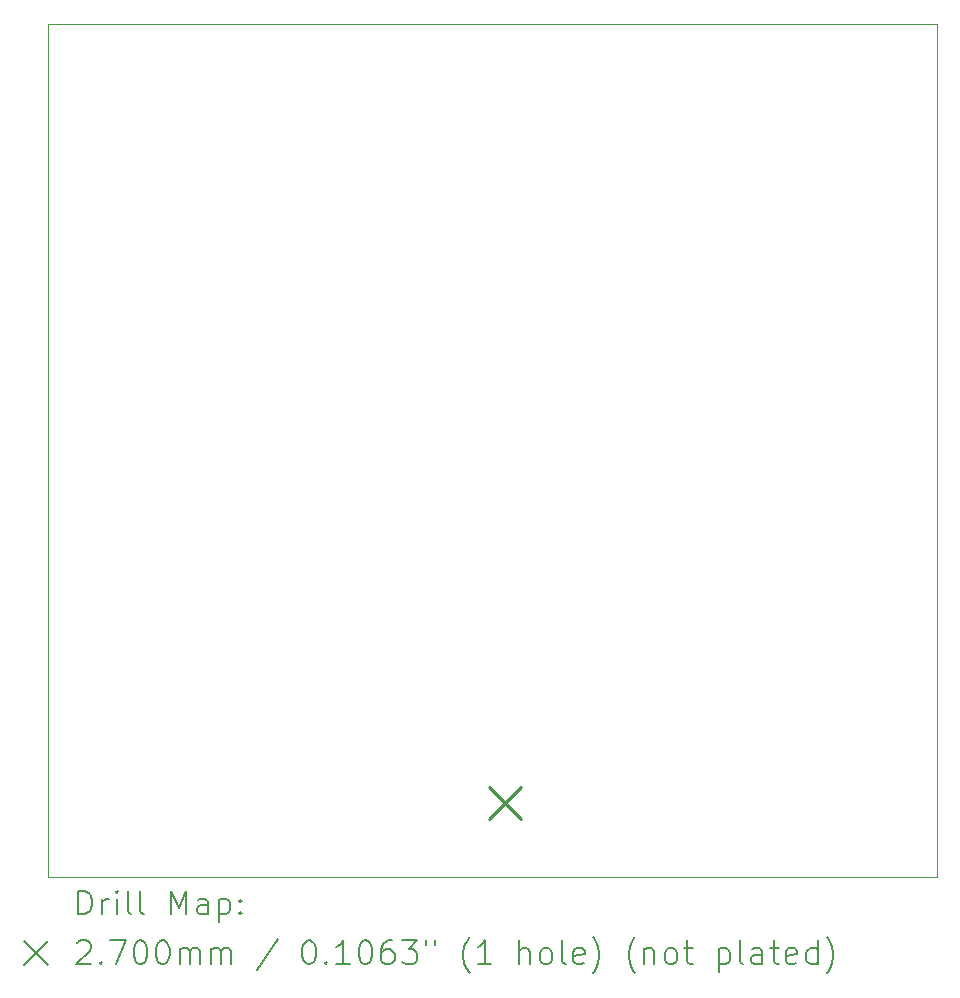
<source format=gbr>
%TF.GenerationSoftware,KiCad,Pcbnew,8.0.3*%
%TF.CreationDate,2024-07-01T23:59:26+01:00*%
%TF.ProjectId,TIMIDE,54494d49-4445-42e6-9b69-6361645f7063,rev?*%
%TF.SameCoordinates,Original*%
%TF.FileFunction,Drillmap*%
%TF.FilePolarity,Positive*%
%FSLAX45Y45*%
G04 Gerber Fmt 4.5, Leading zero omitted, Abs format (unit mm)*
G04 Created by KiCad (PCBNEW 8.0.3) date 2024-07-01 23:59:26*
%MOMM*%
%LPD*%
G01*
G04 APERTURE LIST*
%ADD10C,0.050000*%
%ADD11C,0.200000*%
%ADD12C,0.270000*%
G04 APERTURE END LIST*
D10*
X4960000Y-3785000D02*
X12490000Y-3785000D01*
X12490000Y-11010000D01*
X4960000Y-11010000D01*
X4960000Y-3785000D01*
D11*
D12*
X8690910Y-10246090D02*
X8960910Y-10516090D01*
X8960910Y-10246090D02*
X8690910Y-10516090D01*
D11*
X5218277Y-11323984D02*
X5218277Y-11123984D01*
X5218277Y-11123984D02*
X5265896Y-11123984D01*
X5265896Y-11123984D02*
X5294467Y-11133508D01*
X5294467Y-11133508D02*
X5313515Y-11152555D01*
X5313515Y-11152555D02*
X5323039Y-11171603D01*
X5323039Y-11171603D02*
X5332563Y-11209698D01*
X5332563Y-11209698D02*
X5332563Y-11238269D01*
X5332563Y-11238269D02*
X5323039Y-11276365D01*
X5323039Y-11276365D02*
X5313515Y-11295412D01*
X5313515Y-11295412D02*
X5294467Y-11314460D01*
X5294467Y-11314460D02*
X5265896Y-11323984D01*
X5265896Y-11323984D02*
X5218277Y-11323984D01*
X5418277Y-11323984D02*
X5418277Y-11190650D01*
X5418277Y-11228746D02*
X5427801Y-11209698D01*
X5427801Y-11209698D02*
X5437324Y-11200174D01*
X5437324Y-11200174D02*
X5456372Y-11190650D01*
X5456372Y-11190650D02*
X5475420Y-11190650D01*
X5542086Y-11323984D02*
X5542086Y-11190650D01*
X5542086Y-11123984D02*
X5532563Y-11133508D01*
X5532563Y-11133508D02*
X5542086Y-11143031D01*
X5542086Y-11143031D02*
X5551610Y-11133508D01*
X5551610Y-11133508D02*
X5542086Y-11123984D01*
X5542086Y-11123984D02*
X5542086Y-11143031D01*
X5665896Y-11323984D02*
X5646848Y-11314460D01*
X5646848Y-11314460D02*
X5637324Y-11295412D01*
X5637324Y-11295412D02*
X5637324Y-11123984D01*
X5770658Y-11323984D02*
X5751610Y-11314460D01*
X5751610Y-11314460D02*
X5742086Y-11295412D01*
X5742086Y-11295412D02*
X5742086Y-11123984D01*
X5999229Y-11323984D02*
X5999229Y-11123984D01*
X5999229Y-11123984D02*
X6065896Y-11266841D01*
X6065896Y-11266841D02*
X6132562Y-11123984D01*
X6132562Y-11123984D02*
X6132562Y-11323984D01*
X6313515Y-11323984D02*
X6313515Y-11219222D01*
X6313515Y-11219222D02*
X6303991Y-11200174D01*
X6303991Y-11200174D02*
X6284943Y-11190650D01*
X6284943Y-11190650D02*
X6246848Y-11190650D01*
X6246848Y-11190650D02*
X6227801Y-11200174D01*
X6313515Y-11314460D02*
X6294467Y-11323984D01*
X6294467Y-11323984D02*
X6246848Y-11323984D01*
X6246848Y-11323984D02*
X6227801Y-11314460D01*
X6227801Y-11314460D02*
X6218277Y-11295412D01*
X6218277Y-11295412D02*
X6218277Y-11276365D01*
X6218277Y-11276365D02*
X6227801Y-11257317D01*
X6227801Y-11257317D02*
X6246848Y-11247793D01*
X6246848Y-11247793D02*
X6294467Y-11247793D01*
X6294467Y-11247793D02*
X6313515Y-11238269D01*
X6408753Y-11190650D02*
X6408753Y-11390650D01*
X6408753Y-11200174D02*
X6427801Y-11190650D01*
X6427801Y-11190650D02*
X6465896Y-11190650D01*
X6465896Y-11190650D02*
X6484943Y-11200174D01*
X6484943Y-11200174D02*
X6494467Y-11209698D01*
X6494467Y-11209698D02*
X6503991Y-11228746D01*
X6503991Y-11228746D02*
X6503991Y-11285888D01*
X6503991Y-11285888D02*
X6494467Y-11304936D01*
X6494467Y-11304936D02*
X6484943Y-11314460D01*
X6484943Y-11314460D02*
X6465896Y-11323984D01*
X6465896Y-11323984D02*
X6427801Y-11323984D01*
X6427801Y-11323984D02*
X6408753Y-11314460D01*
X6589705Y-11304936D02*
X6599229Y-11314460D01*
X6599229Y-11314460D02*
X6589705Y-11323984D01*
X6589705Y-11323984D02*
X6580182Y-11314460D01*
X6580182Y-11314460D02*
X6589705Y-11304936D01*
X6589705Y-11304936D02*
X6589705Y-11323984D01*
X6589705Y-11200174D02*
X6599229Y-11209698D01*
X6599229Y-11209698D02*
X6589705Y-11219222D01*
X6589705Y-11219222D02*
X6580182Y-11209698D01*
X6580182Y-11209698D02*
X6589705Y-11200174D01*
X6589705Y-11200174D02*
X6589705Y-11219222D01*
X4757500Y-11552500D02*
X4957500Y-11752500D01*
X4957500Y-11552500D02*
X4757500Y-11752500D01*
X5208753Y-11563031D02*
X5218277Y-11553508D01*
X5218277Y-11553508D02*
X5237324Y-11543984D01*
X5237324Y-11543984D02*
X5284944Y-11543984D01*
X5284944Y-11543984D02*
X5303991Y-11553508D01*
X5303991Y-11553508D02*
X5313515Y-11563031D01*
X5313515Y-11563031D02*
X5323039Y-11582079D01*
X5323039Y-11582079D02*
X5323039Y-11601127D01*
X5323039Y-11601127D02*
X5313515Y-11629698D01*
X5313515Y-11629698D02*
X5199229Y-11743984D01*
X5199229Y-11743984D02*
X5323039Y-11743984D01*
X5408753Y-11724936D02*
X5418277Y-11734460D01*
X5418277Y-11734460D02*
X5408753Y-11743984D01*
X5408753Y-11743984D02*
X5399229Y-11734460D01*
X5399229Y-11734460D02*
X5408753Y-11724936D01*
X5408753Y-11724936D02*
X5408753Y-11743984D01*
X5484944Y-11543984D02*
X5618277Y-11543984D01*
X5618277Y-11543984D02*
X5532563Y-11743984D01*
X5732562Y-11543984D02*
X5751610Y-11543984D01*
X5751610Y-11543984D02*
X5770658Y-11553508D01*
X5770658Y-11553508D02*
X5780182Y-11563031D01*
X5780182Y-11563031D02*
X5789705Y-11582079D01*
X5789705Y-11582079D02*
X5799229Y-11620174D01*
X5799229Y-11620174D02*
X5799229Y-11667793D01*
X5799229Y-11667793D02*
X5789705Y-11705888D01*
X5789705Y-11705888D02*
X5780182Y-11724936D01*
X5780182Y-11724936D02*
X5770658Y-11734460D01*
X5770658Y-11734460D02*
X5751610Y-11743984D01*
X5751610Y-11743984D02*
X5732562Y-11743984D01*
X5732562Y-11743984D02*
X5713515Y-11734460D01*
X5713515Y-11734460D02*
X5703991Y-11724936D01*
X5703991Y-11724936D02*
X5694467Y-11705888D01*
X5694467Y-11705888D02*
X5684943Y-11667793D01*
X5684943Y-11667793D02*
X5684943Y-11620174D01*
X5684943Y-11620174D02*
X5694467Y-11582079D01*
X5694467Y-11582079D02*
X5703991Y-11563031D01*
X5703991Y-11563031D02*
X5713515Y-11553508D01*
X5713515Y-11553508D02*
X5732562Y-11543984D01*
X5923039Y-11543984D02*
X5942086Y-11543984D01*
X5942086Y-11543984D02*
X5961134Y-11553508D01*
X5961134Y-11553508D02*
X5970658Y-11563031D01*
X5970658Y-11563031D02*
X5980182Y-11582079D01*
X5980182Y-11582079D02*
X5989705Y-11620174D01*
X5989705Y-11620174D02*
X5989705Y-11667793D01*
X5989705Y-11667793D02*
X5980182Y-11705888D01*
X5980182Y-11705888D02*
X5970658Y-11724936D01*
X5970658Y-11724936D02*
X5961134Y-11734460D01*
X5961134Y-11734460D02*
X5942086Y-11743984D01*
X5942086Y-11743984D02*
X5923039Y-11743984D01*
X5923039Y-11743984D02*
X5903991Y-11734460D01*
X5903991Y-11734460D02*
X5894467Y-11724936D01*
X5894467Y-11724936D02*
X5884943Y-11705888D01*
X5884943Y-11705888D02*
X5875420Y-11667793D01*
X5875420Y-11667793D02*
X5875420Y-11620174D01*
X5875420Y-11620174D02*
X5884943Y-11582079D01*
X5884943Y-11582079D02*
X5894467Y-11563031D01*
X5894467Y-11563031D02*
X5903991Y-11553508D01*
X5903991Y-11553508D02*
X5923039Y-11543984D01*
X6075420Y-11743984D02*
X6075420Y-11610650D01*
X6075420Y-11629698D02*
X6084943Y-11620174D01*
X6084943Y-11620174D02*
X6103991Y-11610650D01*
X6103991Y-11610650D02*
X6132563Y-11610650D01*
X6132563Y-11610650D02*
X6151610Y-11620174D01*
X6151610Y-11620174D02*
X6161134Y-11639222D01*
X6161134Y-11639222D02*
X6161134Y-11743984D01*
X6161134Y-11639222D02*
X6170658Y-11620174D01*
X6170658Y-11620174D02*
X6189705Y-11610650D01*
X6189705Y-11610650D02*
X6218277Y-11610650D01*
X6218277Y-11610650D02*
X6237324Y-11620174D01*
X6237324Y-11620174D02*
X6246848Y-11639222D01*
X6246848Y-11639222D02*
X6246848Y-11743984D01*
X6342086Y-11743984D02*
X6342086Y-11610650D01*
X6342086Y-11629698D02*
X6351610Y-11620174D01*
X6351610Y-11620174D02*
X6370658Y-11610650D01*
X6370658Y-11610650D02*
X6399229Y-11610650D01*
X6399229Y-11610650D02*
X6418277Y-11620174D01*
X6418277Y-11620174D02*
X6427801Y-11639222D01*
X6427801Y-11639222D02*
X6427801Y-11743984D01*
X6427801Y-11639222D02*
X6437324Y-11620174D01*
X6437324Y-11620174D02*
X6456372Y-11610650D01*
X6456372Y-11610650D02*
X6484943Y-11610650D01*
X6484943Y-11610650D02*
X6503991Y-11620174D01*
X6503991Y-11620174D02*
X6513515Y-11639222D01*
X6513515Y-11639222D02*
X6513515Y-11743984D01*
X6903991Y-11534460D02*
X6732563Y-11791603D01*
X7161134Y-11543984D02*
X7180182Y-11543984D01*
X7180182Y-11543984D02*
X7199229Y-11553508D01*
X7199229Y-11553508D02*
X7208753Y-11563031D01*
X7208753Y-11563031D02*
X7218277Y-11582079D01*
X7218277Y-11582079D02*
X7227801Y-11620174D01*
X7227801Y-11620174D02*
X7227801Y-11667793D01*
X7227801Y-11667793D02*
X7218277Y-11705888D01*
X7218277Y-11705888D02*
X7208753Y-11724936D01*
X7208753Y-11724936D02*
X7199229Y-11734460D01*
X7199229Y-11734460D02*
X7180182Y-11743984D01*
X7180182Y-11743984D02*
X7161134Y-11743984D01*
X7161134Y-11743984D02*
X7142086Y-11734460D01*
X7142086Y-11734460D02*
X7132563Y-11724936D01*
X7132563Y-11724936D02*
X7123039Y-11705888D01*
X7123039Y-11705888D02*
X7113515Y-11667793D01*
X7113515Y-11667793D02*
X7113515Y-11620174D01*
X7113515Y-11620174D02*
X7123039Y-11582079D01*
X7123039Y-11582079D02*
X7132563Y-11563031D01*
X7132563Y-11563031D02*
X7142086Y-11553508D01*
X7142086Y-11553508D02*
X7161134Y-11543984D01*
X7313515Y-11724936D02*
X7323039Y-11734460D01*
X7323039Y-11734460D02*
X7313515Y-11743984D01*
X7313515Y-11743984D02*
X7303991Y-11734460D01*
X7303991Y-11734460D02*
X7313515Y-11724936D01*
X7313515Y-11724936D02*
X7313515Y-11743984D01*
X7513515Y-11743984D02*
X7399229Y-11743984D01*
X7456372Y-11743984D02*
X7456372Y-11543984D01*
X7456372Y-11543984D02*
X7437325Y-11572555D01*
X7437325Y-11572555D02*
X7418277Y-11591603D01*
X7418277Y-11591603D02*
X7399229Y-11601127D01*
X7637325Y-11543984D02*
X7656372Y-11543984D01*
X7656372Y-11543984D02*
X7675420Y-11553508D01*
X7675420Y-11553508D02*
X7684944Y-11563031D01*
X7684944Y-11563031D02*
X7694467Y-11582079D01*
X7694467Y-11582079D02*
X7703991Y-11620174D01*
X7703991Y-11620174D02*
X7703991Y-11667793D01*
X7703991Y-11667793D02*
X7694467Y-11705888D01*
X7694467Y-11705888D02*
X7684944Y-11724936D01*
X7684944Y-11724936D02*
X7675420Y-11734460D01*
X7675420Y-11734460D02*
X7656372Y-11743984D01*
X7656372Y-11743984D02*
X7637325Y-11743984D01*
X7637325Y-11743984D02*
X7618277Y-11734460D01*
X7618277Y-11734460D02*
X7608753Y-11724936D01*
X7608753Y-11724936D02*
X7599229Y-11705888D01*
X7599229Y-11705888D02*
X7589706Y-11667793D01*
X7589706Y-11667793D02*
X7589706Y-11620174D01*
X7589706Y-11620174D02*
X7599229Y-11582079D01*
X7599229Y-11582079D02*
X7608753Y-11563031D01*
X7608753Y-11563031D02*
X7618277Y-11553508D01*
X7618277Y-11553508D02*
X7637325Y-11543984D01*
X7875420Y-11543984D02*
X7837325Y-11543984D01*
X7837325Y-11543984D02*
X7818277Y-11553508D01*
X7818277Y-11553508D02*
X7808753Y-11563031D01*
X7808753Y-11563031D02*
X7789706Y-11591603D01*
X7789706Y-11591603D02*
X7780182Y-11629698D01*
X7780182Y-11629698D02*
X7780182Y-11705888D01*
X7780182Y-11705888D02*
X7789706Y-11724936D01*
X7789706Y-11724936D02*
X7799229Y-11734460D01*
X7799229Y-11734460D02*
X7818277Y-11743984D01*
X7818277Y-11743984D02*
X7856372Y-11743984D01*
X7856372Y-11743984D02*
X7875420Y-11734460D01*
X7875420Y-11734460D02*
X7884944Y-11724936D01*
X7884944Y-11724936D02*
X7894467Y-11705888D01*
X7894467Y-11705888D02*
X7894467Y-11658269D01*
X7894467Y-11658269D02*
X7884944Y-11639222D01*
X7884944Y-11639222D02*
X7875420Y-11629698D01*
X7875420Y-11629698D02*
X7856372Y-11620174D01*
X7856372Y-11620174D02*
X7818277Y-11620174D01*
X7818277Y-11620174D02*
X7799229Y-11629698D01*
X7799229Y-11629698D02*
X7789706Y-11639222D01*
X7789706Y-11639222D02*
X7780182Y-11658269D01*
X7961134Y-11543984D02*
X8084944Y-11543984D01*
X8084944Y-11543984D02*
X8018277Y-11620174D01*
X8018277Y-11620174D02*
X8046848Y-11620174D01*
X8046848Y-11620174D02*
X8065896Y-11629698D01*
X8065896Y-11629698D02*
X8075420Y-11639222D01*
X8075420Y-11639222D02*
X8084944Y-11658269D01*
X8084944Y-11658269D02*
X8084944Y-11705888D01*
X8084944Y-11705888D02*
X8075420Y-11724936D01*
X8075420Y-11724936D02*
X8065896Y-11734460D01*
X8065896Y-11734460D02*
X8046848Y-11743984D01*
X8046848Y-11743984D02*
X7989706Y-11743984D01*
X7989706Y-11743984D02*
X7970658Y-11734460D01*
X7970658Y-11734460D02*
X7961134Y-11724936D01*
X8161134Y-11543984D02*
X8161134Y-11582079D01*
X8237325Y-11543984D02*
X8237325Y-11582079D01*
X8532563Y-11820174D02*
X8523039Y-11810650D01*
X8523039Y-11810650D02*
X8503991Y-11782079D01*
X8503991Y-11782079D02*
X8494468Y-11763031D01*
X8494468Y-11763031D02*
X8484944Y-11734460D01*
X8484944Y-11734460D02*
X8475420Y-11686841D01*
X8475420Y-11686841D02*
X8475420Y-11648746D01*
X8475420Y-11648746D02*
X8484944Y-11601127D01*
X8484944Y-11601127D02*
X8494468Y-11572555D01*
X8494468Y-11572555D02*
X8503991Y-11553508D01*
X8503991Y-11553508D02*
X8523039Y-11524936D01*
X8523039Y-11524936D02*
X8532563Y-11515412D01*
X8713515Y-11743984D02*
X8599230Y-11743984D01*
X8656372Y-11743984D02*
X8656372Y-11543984D01*
X8656372Y-11543984D02*
X8637325Y-11572555D01*
X8637325Y-11572555D02*
X8618277Y-11591603D01*
X8618277Y-11591603D02*
X8599230Y-11601127D01*
X8951611Y-11743984D02*
X8951611Y-11543984D01*
X9037325Y-11743984D02*
X9037325Y-11639222D01*
X9037325Y-11639222D02*
X9027801Y-11620174D01*
X9027801Y-11620174D02*
X9008753Y-11610650D01*
X9008753Y-11610650D02*
X8980182Y-11610650D01*
X8980182Y-11610650D02*
X8961134Y-11620174D01*
X8961134Y-11620174D02*
X8951611Y-11629698D01*
X9161134Y-11743984D02*
X9142087Y-11734460D01*
X9142087Y-11734460D02*
X9132563Y-11724936D01*
X9132563Y-11724936D02*
X9123039Y-11705888D01*
X9123039Y-11705888D02*
X9123039Y-11648746D01*
X9123039Y-11648746D02*
X9132563Y-11629698D01*
X9132563Y-11629698D02*
X9142087Y-11620174D01*
X9142087Y-11620174D02*
X9161134Y-11610650D01*
X9161134Y-11610650D02*
X9189706Y-11610650D01*
X9189706Y-11610650D02*
X9208753Y-11620174D01*
X9208753Y-11620174D02*
X9218277Y-11629698D01*
X9218277Y-11629698D02*
X9227801Y-11648746D01*
X9227801Y-11648746D02*
X9227801Y-11705888D01*
X9227801Y-11705888D02*
X9218277Y-11724936D01*
X9218277Y-11724936D02*
X9208753Y-11734460D01*
X9208753Y-11734460D02*
X9189706Y-11743984D01*
X9189706Y-11743984D02*
X9161134Y-11743984D01*
X9342087Y-11743984D02*
X9323039Y-11734460D01*
X9323039Y-11734460D02*
X9313515Y-11715412D01*
X9313515Y-11715412D02*
X9313515Y-11543984D01*
X9494468Y-11734460D02*
X9475420Y-11743984D01*
X9475420Y-11743984D02*
X9437325Y-11743984D01*
X9437325Y-11743984D02*
X9418277Y-11734460D01*
X9418277Y-11734460D02*
X9408753Y-11715412D01*
X9408753Y-11715412D02*
X9408753Y-11639222D01*
X9408753Y-11639222D02*
X9418277Y-11620174D01*
X9418277Y-11620174D02*
X9437325Y-11610650D01*
X9437325Y-11610650D02*
X9475420Y-11610650D01*
X9475420Y-11610650D02*
X9494468Y-11620174D01*
X9494468Y-11620174D02*
X9503992Y-11639222D01*
X9503992Y-11639222D02*
X9503992Y-11658269D01*
X9503992Y-11658269D02*
X9408753Y-11677317D01*
X9570658Y-11820174D02*
X9580182Y-11810650D01*
X9580182Y-11810650D02*
X9599230Y-11782079D01*
X9599230Y-11782079D02*
X9608753Y-11763031D01*
X9608753Y-11763031D02*
X9618277Y-11734460D01*
X9618277Y-11734460D02*
X9627801Y-11686841D01*
X9627801Y-11686841D02*
X9627801Y-11648746D01*
X9627801Y-11648746D02*
X9618277Y-11601127D01*
X9618277Y-11601127D02*
X9608753Y-11572555D01*
X9608753Y-11572555D02*
X9599230Y-11553508D01*
X9599230Y-11553508D02*
X9580182Y-11524936D01*
X9580182Y-11524936D02*
X9570658Y-11515412D01*
X9932563Y-11820174D02*
X9923039Y-11810650D01*
X9923039Y-11810650D02*
X9903992Y-11782079D01*
X9903992Y-11782079D02*
X9894468Y-11763031D01*
X9894468Y-11763031D02*
X9884944Y-11734460D01*
X9884944Y-11734460D02*
X9875420Y-11686841D01*
X9875420Y-11686841D02*
X9875420Y-11648746D01*
X9875420Y-11648746D02*
X9884944Y-11601127D01*
X9884944Y-11601127D02*
X9894468Y-11572555D01*
X9894468Y-11572555D02*
X9903992Y-11553508D01*
X9903992Y-11553508D02*
X9923039Y-11524936D01*
X9923039Y-11524936D02*
X9932563Y-11515412D01*
X10008753Y-11610650D02*
X10008753Y-11743984D01*
X10008753Y-11629698D02*
X10018277Y-11620174D01*
X10018277Y-11620174D02*
X10037325Y-11610650D01*
X10037325Y-11610650D02*
X10065896Y-11610650D01*
X10065896Y-11610650D02*
X10084944Y-11620174D01*
X10084944Y-11620174D02*
X10094468Y-11639222D01*
X10094468Y-11639222D02*
X10094468Y-11743984D01*
X10218277Y-11743984D02*
X10199230Y-11734460D01*
X10199230Y-11734460D02*
X10189706Y-11724936D01*
X10189706Y-11724936D02*
X10180182Y-11705888D01*
X10180182Y-11705888D02*
X10180182Y-11648746D01*
X10180182Y-11648746D02*
X10189706Y-11629698D01*
X10189706Y-11629698D02*
X10199230Y-11620174D01*
X10199230Y-11620174D02*
X10218277Y-11610650D01*
X10218277Y-11610650D02*
X10246849Y-11610650D01*
X10246849Y-11610650D02*
X10265896Y-11620174D01*
X10265896Y-11620174D02*
X10275420Y-11629698D01*
X10275420Y-11629698D02*
X10284944Y-11648746D01*
X10284944Y-11648746D02*
X10284944Y-11705888D01*
X10284944Y-11705888D02*
X10275420Y-11724936D01*
X10275420Y-11724936D02*
X10265896Y-11734460D01*
X10265896Y-11734460D02*
X10246849Y-11743984D01*
X10246849Y-11743984D02*
X10218277Y-11743984D01*
X10342087Y-11610650D02*
X10418277Y-11610650D01*
X10370658Y-11543984D02*
X10370658Y-11715412D01*
X10370658Y-11715412D02*
X10380182Y-11734460D01*
X10380182Y-11734460D02*
X10399230Y-11743984D01*
X10399230Y-11743984D02*
X10418277Y-11743984D01*
X10637325Y-11610650D02*
X10637325Y-11810650D01*
X10637325Y-11620174D02*
X10656373Y-11610650D01*
X10656373Y-11610650D02*
X10694468Y-11610650D01*
X10694468Y-11610650D02*
X10713515Y-11620174D01*
X10713515Y-11620174D02*
X10723039Y-11629698D01*
X10723039Y-11629698D02*
X10732563Y-11648746D01*
X10732563Y-11648746D02*
X10732563Y-11705888D01*
X10732563Y-11705888D02*
X10723039Y-11724936D01*
X10723039Y-11724936D02*
X10713515Y-11734460D01*
X10713515Y-11734460D02*
X10694468Y-11743984D01*
X10694468Y-11743984D02*
X10656373Y-11743984D01*
X10656373Y-11743984D02*
X10637325Y-11734460D01*
X10846849Y-11743984D02*
X10827801Y-11734460D01*
X10827801Y-11734460D02*
X10818277Y-11715412D01*
X10818277Y-11715412D02*
X10818277Y-11543984D01*
X11008754Y-11743984D02*
X11008754Y-11639222D01*
X11008754Y-11639222D02*
X10999230Y-11620174D01*
X10999230Y-11620174D02*
X10980182Y-11610650D01*
X10980182Y-11610650D02*
X10942087Y-11610650D01*
X10942087Y-11610650D02*
X10923039Y-11620174D01*
X11008754Y-11734460D02*
X10989706Y-11743984D01*
X10989706Y-11743984D02*
X10942087Y-11743984D01*
X10942087Y-11743984D02*
X10923039Y-11734460D01*
X10923039Y-11734460D02*
X10913515Y-11715412D01*
X10913515Y-11715412D02*
X10913515Y-11696365D01*
X10913515Y-11696365D02*
X10923039Y-11677317D01*
X10923039Y-11677317D02*
X10942087Y-11667793D01*
X10942087Y-11667793D02*
X10989706Y-11667793D01*
X10989706Y-11667793D02*
X11008754Y-11658269D01*
X11075420Y-11610650D02*
X11151611Y-11610650D01*
X11103992Y-11543984D02*
X11103992Y-11715412D01*
X11103992Y-11715412D02*
X11113515Y-11734460D01*
X11113515Y-11734460D02*
X11132563Y-11743984D01*
X11132563Y-11743984D02*
X11151611Y-11743984D01*
X11294468Y-11734460D02*
X11275420Y-11743984D01*
X11275420Y-11743984D02*
X11237325Y-11743984D01*
X11237325Y-11743984D02*
X11218277Y-11734460D01*
X11218277Y-11734460D02*
X11208753Y-11715412D01*
X11208753Y-11715412D02*
X11208753Y-11639222D01*
X11208753Y-11639222D02*
X11218277Y-11620174D01*
X11218277Y-11620174D02*
X11237325Y-11610650D01*
X11237325Y-11610650D02*
X11275420Y-11610650D01*
X11275420Y-11610650D02*
X11294468Y-11620174D01*
X11294468Y-11620174D02*
X11303992Y-11639222D01*
X11303992Y-11639222D02*
X11303992Y-11658269D01*
X11303992Y-11658269D02*
X11208753Y-11677317D01*
X11475420Y-11743984D02*
X11475420Y-11543984D01*
X11475420Y-11734460D02*
X11456373Y-11743984D01*
X11456373Y-11743984D02*
X11418277Y-11743984D01*
X11418277Y-11743984D02*
X11399230Y-11734460D01*
X11399230Y-11734460D02*
X11389706Y-11724936D01*
X11389706Y-11724936D02*
X11380182Y-11705888D01*
X11380182Y-11705888D02*
X11380182Y-11648746D01*
X11380182Y-11648746D02*
X11389706Y-11629698D01*
X11389706Y-11629698D02*
X11399230Y-11620174D01*
X11399230Y-11620174D02*
X11418277Y-11610650D01*
X11418277Y-11610650D02*
X11456373Y-11610650D01*
X11456373Y-11610650D02*
X11475420Y-11620174D01*
X11551611Y-11820174D02*
X11561134Y-11810650D01*
X11561134Y-11810650D02*
X11580182Y-11782079D01*
X11580182Y-11782079D02*
X11589706Y-11763031D01*
X11589706Y-11763031D02*
X11599230Y-11734460D01*
X11599230Y-11734460D02*
X11608753Y-11686841D01*
X11608753Y-11686841D02*
X11608753Y-11648746D01*
X11608753Y-11648746D02*
X11599230Y-11601127D01*
X11599230Y-11601127D02*
X11589706Y-11572555D01*
X11589706Y-11572555D02*
X11580182Y-11553508D01*
X11580182Y-11553508D02*
X11561134Y-11524936D01*
X11561134Y-11524936D02*
X11551611Y-11515412D01*
M02*

</source>
